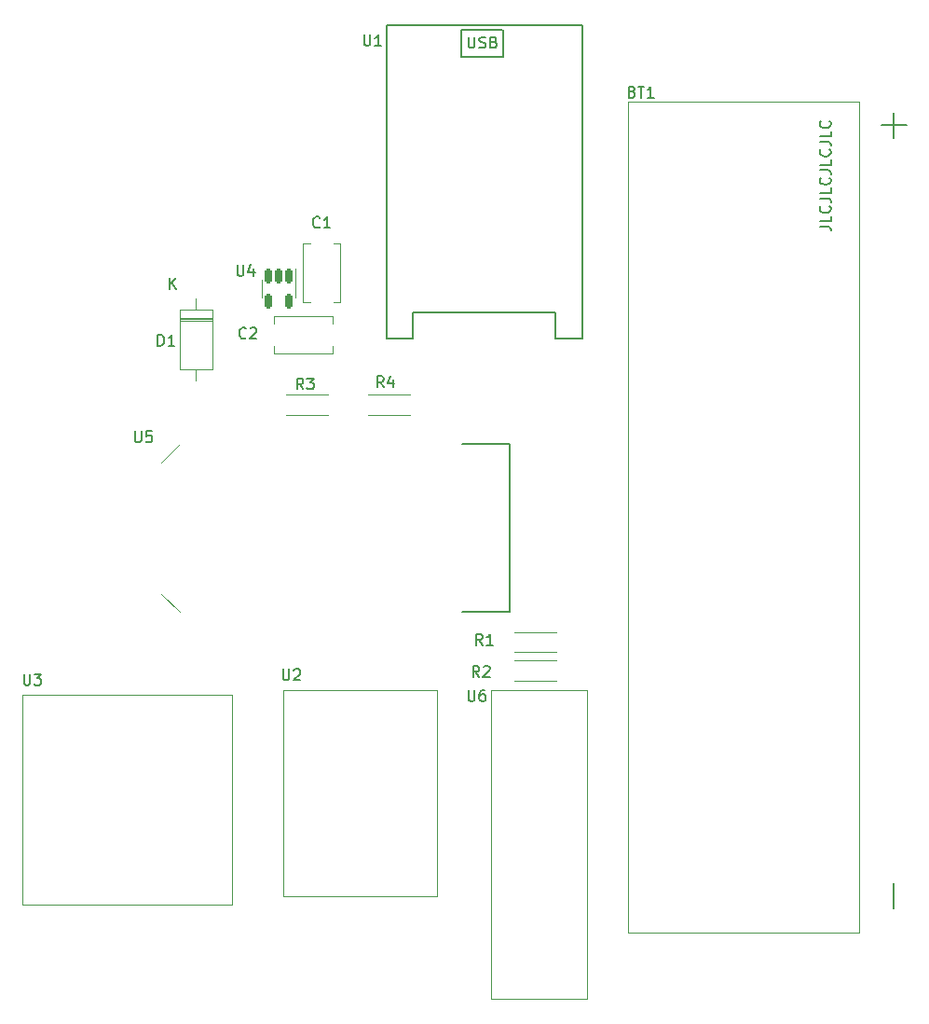
<source format=gto>
G04 #@! TF.GenerationSoftware,KiCad,Pcbnew,(6.0.9)*
G04 #@! TF.CreationDate,2023-02-04T16:03:44+02:00*
G04 #@! TF.ProjectId,Schematics,53636865-6d61-4746-9963-732e6b696361,rev?*
G04 #@! TF.SameCoordinates,Original*
G04 #@! TF.FileFunction,Legend,Top*
G04 #@! TF.FilePolarity,Positive*
%FSLAX46Y46*%
G04 Gerber Fmt 4.6, Leading zero omitted, Abs format (unit mm)*
G04 Created by KiCad (PCBNEW (6.0.9)) date 2023-02-04 16:03:44*
%MOMM*%
%LPD*%
G01*
G04 APERTURE LIST*
G04 Aperture macros list*
%AMRoundRect*
0 Rectangle with rounded corners*
0 $1 Rounding radius*
0 $2 $3 $4 $5 $6 $7 $8 $9 X,Y pos of 4 corners*
0 Add a 4 corners polygon primitive as box body*
4,1,4,$2,$3,$4,$5,$6,$7,$8,$9,$2,$3,0*
0 Add four circle primitives for the rounded corners*
1,1,$1+$1,$2,$3*
1,1,$1+$1,$4,$5*
1,1,$1+$1,$6,$7*
1,1,$1+$1,$8,$9*
0 Add four rect primitives between the rounded corners*
20,1,$1+$1,$2,$3,$4,$5,0*
20,1,$1+$1,$4,$5,$6,$7,0*
20,1,$1+$1,$6,$7,$8,$9,0*
20,1,$1+$1,$8,$9,$2,$3,0*%
G04 Aperture macros list end*
%ADD10C,0.200000*%
%ADD11C,0.150000*%
%ADD12C,0.120000*%
%ADD13C,0.127000*%
%ADD14C,2.500000*%
%ADD15O,3.000000X7.000000*%
%ADD16C,1.600000*%
%ADD17RoundRect,0.150000X-0.150000X0.512500X-0.150000X-0.512500X0.150000X-0.512500X0.150000X0.512500X0*%
%ADD18R,1.900000X1.900000*%
%ADD19C,1.900000*%
%ADD20R,2.000000X2.000000*%
%ADD21O,2.000000X2.000000*%
%ADD22C,3.000000*%
%ADD23O,3.500000X3.500000*%
%ADD24C,1.400000*%
%ADD25O,1.400000X1.400000*%
%ADD26C,2.000000*%
%ADD27R,2.800000X2.800000*%
%ADD28R,2.200000X2.200000*%
%ADD29O,2.200000X2.200000*%
G04 APERTURE END LIST*
D10*
X174452380Y-78619047D02*
X175166666Y-78619047D01*
X175309523Y-78666666D01*
X175404761Y-78761904D01*
X175452380Y-78904761D01*
X175452380Y-79000000D01*
X175452380Y-77666666D02*
X175452380Y-78142857D01*
X174452380Y-78142857D01*
X175357142Y-76761904D02*
X175404761Y-76809523D01*
X175452380Y-76952380D01*
X175452380Y-77047619D01*
X175404761Y-77190476D01*
X175309523Y-77285714D01*
X175214285Y-77333333D01*
X175023809Y-77380952D01*
X174880952Y-77380952D01*
X174690476Y-77333333D01*
X174595238Y-77285714D01*
X174500000Y-77190476D01*
X174452380Y-77047619D01*
X174452380Y-76952380D01*
X174500000Y-76809523D01*
X174547619Y-76761904D01*
X174452380Y-76047619D02*
X175166666Y-76047619D01*
X175309523Y-76095238D01*
X175404761Y-76190476D01*
X175452380Y-76333333D01*
X175452380Y-76428571D01*
X175452380Y-75095238D02*
X175452380Y-75571428D01*
X174452380Y-75571428D01*
X175357142Y-74190476D02*
X175404761Y-74238095D01*
X175452380Y-74380952D01*
X175452380Y-74476190D01*
X175404761Y-74619047D01*
X175309523Y-74714285D01*
X175214285Y-74761904D01*
X175023809Y-74809523D01*
X174880952Y-74809523D01*
X174690476Y-74761904D01*
X174595238Y-74714285D01*
X174500000Y-74619047D01*
X174452380Y-74476190D01*
X174452380Y-74380952D01*
X174500000Y-74238095D01*
X174547619Y-74190476D01*
X174452380Y-73476190D02*
X175166666Y-73476190D01*
X175309523Y-73523809D01*
X175404761Y-73619047D01*
X175452380Y-73761904D01*
X175452380Y-73857142D01*
X175452380Y-72523809D02*
X175452380Y-73000000D01*
X174452380Y-73000000D01*
X175357142Y-71619047D02*
X175404761Y-71666666D01*
X175452380Y-71809523D01*
X175452380Y-71904761D01*
X175404761Y-72047619D01*
X175309523Y-72142857D01*
X175214285Y-72190476D01*
X175023809Y-72238095D01*
X174880952Y-72238095D01*
X174690476Y-72190476D01*
X174595238Y-72142857D01*
X174500000Y-72047619D01*
X174452380Y-71904761D01*
X174452380Y-71809523D01*
X174500000Y-71666666D01*
X174547619Y-71619047D01*
X174452380Y-70904761D02*
X175166666Y-70904761D01*
X175309523Y-70952380D01*
X175404761Y-71047619D01*
X175452380Y-71190476D01*
X175452380Y-71285714D01*
X175452380Y-69952380D02*
X175452380Y-70428571D01*
X174452380Y-70428571D01*
X175357142Y-69047619D02*
X175404761Y-69095238D01*
X175452380Y-69238095D01*
X175452380Y-69333333D01*
X175404761Y-69476190D01*
X175309523Y-69571428D01*
X175214285Y-69619047D01*
X175023809Y-69666666D01*
X174880952Y-69666666D01*
X174690476Y-69619047D01*
X174595238Y-69571428D01*
X174500000Y-69476190D01*
X174452380Y-69333333D01*
X174452380Y-69238095D01*
X174500000Y-69095238D01*
X174547619Y-69047619D01*
D11*
X122321333Y-88703142D02*
X122273714Y-88750761D01*
X122130857Y-88798380D01*
X122035619Y-88798380D01*
X121892761Y-88750761D01*
X121797523Y-88655523D01*
X121749904Y-88560285D01*
X121702285Y-88369809D01*
X121702285Y-88226952D01*
X121749904Y-88036476D01*
X121797523Y-87941238D01*
X121892761Y-87846000D01*
X122035619Y-87798380D01*
X122130857Y-87798380D01*
X122273714Y-87846000D01*
X122321333Y-87893619D01*
X122702285Y-87893619D02*
X122749904Y-87846000D01*
X122845142Y-87798380D01*
X123083238Y-87798380D01*
X123178476Y-87846000D01*
X123226095Y-87893619D01*
X123273714Y-87988857D01*
X123273714Y-88084095D01*
X123226095Y-88226952D01*
X122654666Y-88798380D01*
X123273714Y-88798380D01*
X121526095Y-82098380D02*
X121526095Y-82907904D01*
X121573714Y-83003142D01*
X121621333Y-83050761D01*
X121716571Y-83098380D01*
X121907047Y-83098380D01*
X122002285Y-83050761D01*
X122049904Y-83003142D01*
X122097523Y-82907904D01*
X122097523Y-82098380D01*
X123002285Y-82431714D02*
X123002285Y-83098380D01*
X122764190Y-82050761D02*
X122526095Y-82765047D01*
X123145142Y-82765047D01*
X142526095Y-120698380D02*
X142526095Y-121507904D01*
X142573714Y-121603142D01*
X142621333Y-121650761D01*
X142716571Y-121698380D01*
X142907047Y-121698380D01*
X143002285Y-121650761D01*
X143049904Y-121603142D01*
X143097523Y-121507904D01*
X143097523Y-120698380D01*
X144002285Y-120698380D02*
X143811809Y-120698380D01*
X143716571Y-120746000D01*
X143668952Y-120793619D01*
X143573714Y-120936476D01*
X143526095Y-121126952D01*
X143526095Y-121507904D01*
X143573714Y-121603142D01*
X143621333Y-121650761D01*
X143716571Y-121698380D01*
X143907047Y-121698380D01*
X144002285Y-121650761D01*
X144049904Y-121603142D01*
X144097523Y-121507904D01*
X144097523Y-121269809D01*
X144049904Y-121174571D01*
X144002285Y-121126952D01*
X143907047Y-121079333D01*
X143716571Y-121079333D01*
X143621333Y-121126952D01*
X143573714Y-121174571D01*
X143526095Y-121269809D01*
X125676095Y-118798380D02*
X125676095Y-119607904D01*
X125723714Y-119703142D01*
X125771333Y-119750761D01*
X125866571Y-119798380D01*
X126057047Y-119798380D01*
X126152285Y-119750761D01*
X126199904Y-119703142D01*
X126247523Y-119607904D01*
X126247523Y-118798380D01*
X126676095Y-118893619D02*
X126723714Y-118846000D01*
X126818952Y-118798380D01*
X127057047Y-118798380D01*
X127152285Y-118846000D01*
X127199904Y-118893619D01*
X127247523Y-118988857D01*
X127247523Y-119084095D01*
X127199904Y-119226952D01*
X126628476Y-119798380D01*
X127247523Y-119798380D01*
X157414285Y-66378571D02*
X157557142Y-66426190D01*
X157604761Y-66473809D01*
X157652380Y-66569047D01*
X157652380Y-66711904D01*
X157604761Y-66807142D01*
X157557142Y-66854761D01*
X157461904Y-66902380D01*
X157080952Y-66902380D01*
X157080952Y-65902380D01*
X157414285Y-65902380D01*
X157509523Y-65950000D01*
X157557142Y-65997619D01*
X157604761Y-66092857D01*
X157604761Y-66188095D01*
X157557142Y-66283333D01*
X157509523Y-66330952D01*
X157414285Y-66378571D01*
X157080952Y-66378571D01*
X157938095Y-65902380D02*
X158509523Y-65902380D01*
X158223809Y-66902380D02*
X158223809Y-65902380D01*
X159366666Y-66902380D02*
X158795238Y-66902380D01*
X159080952Y-66902380D02*
X159080952Y-65902380D01*
X158985714Y-66045238D01*
X158890476Y-66140476D01*
X158795238Y-66188095D01*
X181185714Y-68257142D02*
X181185714Y-70542857D01*
X180042857Y-69400000D02*
X182328571Y-69400000D01*
X181135714Y-138257142D02*
X181135714Y-140542857D01*
X143521333Y-119498380D02*
X143188000Y-119022190D01*
X142949904Y-119498380D02*
X142949904Y-118498380D01*
X143330857Y-118498380D01*
X143426095Y-118546000D01*
X143473714Y-118593619D01*
X143521333Y-118688857D01*
X143521333Y-118831714D01*
X143473714Y-118926952D01*
X143426095Y-118974571D01*
X143330857Y-119022190D01*
X142949904Y-119022190D01*
X143902285Y-118593619D02*
X143949904Y-118546000D01*
X144045142Y-118498380D01*
X144283238Y-118498380D01*
X144378476Y-118546000D01*
X144426095Y-118593619D01*
X144473714Y-118688857D01*
X144473714Y-118784095D01*
X144426095Y-118926952D01*
X143854666Y-119498380D01*
X144473714Y-119498380D01*
X134821333Y-93198380D02*
X134488000Y-92722190D01*
X134249904Y-93198380D02*
X134249904Y-92198380D01*
X134630857Y-92198380D01*
X134726095Y-92246000D01*
X134773714Y-92293619D01*
X134821333Y-92388857D01*
X134821333Y-92531714D01*
X134773714Y-92626952D01*
X134726095Y-92674571D01*
X134630857Y-92722190D01*
X134249904Y-92722190D01*
X135678476Y-92531714D02*
X135678476Y-93198380D01*
X135440380Y-92150761D02*
X135202285Y-92865047D01*
X135821333Y-92865047D01*
X127521333Y-93398380D02*
X127188000Y-92922190D01*
X126949904Y-93398380D02*
X126949904Y-92398380D01*
X127330857Y-92398380D01*
X127426095Y-92446000D01*
X127473714Y-92493619D01*
X127521333Y-92588857D01*
X127521333Y-92731714D01*
X127473714Y-92826952D01*
X127426095Y-92874571D01*
X127330857Y-92922190D01*
X126949904Y-92922190D01*
X127854666Y-92398380D02*
X128473714Y-92398380D01*
X128140380Y-92779333D01*
X128283238Y-92779333D01*
X128378476Y-92826952D01*
X128426095Y-92874571D01*
X128473714Y-92969809D01*
X128473714Y-93207904D01*
X128426095Y-93303142D01*
X128378476Y-93350761D01*
X128283238Y-93398380D01*
X127997523Y-93398380D01*
X127902285Y-93350761D01*
X127854666Y-93303142D01*
X112226095Y-97198380D02*
X112226095Y-98007904D01*
X112273714Y-98103142D01*
X112321333Y-98150761D01*
X112416571Y-98198380D01*
X112607047Y-98198380D01*
X112702285Y-98150761D01*
X112749904Y-98103142D01*
X112797523Y-98007904D01*
X112797523Y-97198380D01*
X113749904Y-97198380D02*
X113273714Y-97198380D01*
X113226095Y-97674571D01*
X113273714Y-97626952D01*
X113368952Y-97579333D01*
X113607047Y-97579333D01*
X113702285Y-97626952D01*
X113749904Y-97674571D01*
X113797523Y-97769809D01*
X113797523Y-98007904D01*
X113749904Y-98103142D01*
X113702285Y-98150761D01*
X113607047Y-98198380D01*
X113368952Y-98198380D01*
X113273714Y-98150761D01*
X113226095Y-98103142D01*
X102126095Y-119248380D02*
X102126095Y-120057904D01*
X102173714Y-120153142D01*
X102221333Y-120200761D01*
X102316571Y-120248380D01*
X102507047Y-120248380D01*
X102602285Y-120200761D01*
X102649904Y-120153142D01*
X102697523Y-120057904D01*
X102697523Y-119248380D01*
X103078476Y-119248380D02*
X103697523Y-119248380D01*
X103364190Y-119629333D01*
X103507047Y-119629333D01*
X103602285Y-119676952D01*
X103649904Y-119724571D01*
X103697523Y-119819809D01*
X103697523Y-120057904D01*
X103649904Y-120153142D01*
X103602285Y-120200761D01*
X103507047Y-120248380D01*
X103221333Y-120248380D01*
X103126095Y-120200761D01*
X103078476Y-120153142D01*
X133036095Y-61198380D02*
X133036095Y-62007904D01*
X133083714Y-62103142D01*
X133131333Y-62150761D01*
X133226571Y-62198380D01*
X133417047Y-62198380D01*
X133512285Y-62150761D01*
X133559904Y-62103142D01*
X133607523Y-62007904D01*
X133607523Y-61198380D01*
X134607523Y-62198380D02*
X134036095Y-62198380D01*
X134321809Y-62198380D02*
X134321809Y-61198380D01*
X134226571Y-61341238D01*
X134131333Y-61436476D01*
X134036095Y-61484095D01*
X142526095Y-61398380D02*
X142526095Y-62207904D01*
X142573714Y-62303142D01*
X142621333Y-62350761D01*
X142716571Y-62398380D01*
X142907047Y-62398380D01*
X143002285Y-62350761D01*
X143049904Y-62303142D01*
X143097523Y-62207904D01*
X143097523Y-61398380D01*
X143526095Y-62350761D02*
X143668952Y-62398380D01*
X143907047Y-62398380D01*
X144002285Y-62350761D01*
X144049904Y-62303142D01*
X144097523Y-62207904D01*
X144097523Y-62112666D01*
X144049904Y-62017428D01*
X144002285Y-61969809D01*
X143907047Y-61922190D01*
X143716571Y-61874571D01*
X143621333Y-61826952D01*
X143573714Y-61779333D01*
X143526095Y-61684095D01*
X143526095Y-61588857D01*
X143573714Y-61493619D01*
X143621333Y-61446000D01*
X143716571Y-61398380D01*
X143954666Y-61398380D01*
X144097523Y-61446000D01*
X144859428Y-61874571D02*
X145002285Y-61922190D01*
X145049904Y-61969809D01*
X145097523Y-62065047D01*
X145097523Y-62207904D01*
X145049904Y-62303142D01*
X145002285Y-62350761D01*
X144907047Y-62398380D01*
X144526095Y-62398380D01*
X144526095Y-61398380D01*
X144859428Y-61398380D01*
X144954666Y-61446000D01*
X145002285Y-61493619D01*
X145049904Y-61588857D01*
X145049904Y-61684095D01*
X145002285Y-61779333D01*
X144954666Y-61826952D01*
X144859428Y-61874571D01*
X144526095Y-61874571D01*
X129021333Y-78631142D02*
X128973714Y-78678761D01*
X128830857Y-78726380D01*
X128735619Y-78726380D01*
X128592761Y-78678761D01*
X128497523Y-78583523D01*
X128449904Y-78488285D01*
X128402285Y-78297809D01*
X128402285Y-78154952D01*
X128449904Y-77964476D01*
X128497523Y-77869238D01*
X128592761Y-77774000D01*
X128735619Y-77726380D01*
X128830857Y-77726380D01*
X128973714Y-77774000D01*
X129021333Y-77821619D01*
X129973714Y-78726380D02*
X129402285Y-78726380D01*
X129688000Y-78726380D02*
X129688000Y-77726380D01*
X129592761Y-77869238D01*
X129497523Y-77964476D01*
X129402285Y-78012095D01*
X143821333Y-116598380D02*
X143488000Y-116122190D01*
X143249904Y-116598380D02*
X143249904Y-115598380D01*
X143630857Y-115598380D01*
X143726095Y-115646000D01*
X143773714Y-115693619D01*
X143821333Y-115788857D01*
X143821333Y-115931714D01*
X143773714Y-116026952D01*
X143726095Y-116074571D01*
X143630857Y-116122190D01*
X143249904Y-116122190D01*
X144773714Y-116598380D02*
X144202285Y-116598380D01*
X144488000Y-116598380D02*
X144488000Y-115598380D01*
X144392761Y-115741238D01*
X144297523Y-115836476D01*
X144202285Y-115884095D01*
X114309904Y-89438380D02*
X114309904Y-88438380D01*
X114548000Y-88438380D01*
X114690857Y-88486000D01*
X114786095Y-88581238D01*
X114833714Y-88676476D01*
X114881333Y-88866952D01*
X114881333Y-89009809D01*
X114833714Y-89200285D01*
X114786095Y-89295523D01*
X114690857Y-89390761D01*
X114548000Y-89438380D01*
X114309904Y-89438380D01*
X115833714Y-89438380D02*
X115262285Y-89438380D01*
X115548000Y-89438380D02*
X115548000Y-88438380D01*
X115452761Y-88581238D01*
X115357523Y-88676476D01*
X115262285Y-88724095D01*
X115366095Y-84298380D02*
X115366095Y-83298380D01*
X115937523Y-84298380D02*
X115508952Y-83726952D01*
X115937523Y-83298380D02*
X115366095Y-83869809D01*
D12*
X124818000Y-86725000D02*
X130158000Y-86725000D01*
X124818000Y-89501000D02*
X124818000Y-90167000D01*
X124818000Y-86725000D02*
X124818000Y-87391000D01*
X130158000Y-89501000D02*
X130158000Y-90167000D01*
X124818000Y-90167000D02*
X130158000Y-90167000D01*
X130158000Y-86725000D02*
X130158000Y-87391000D01*
X126848000Y-84246000D02*
X126848000Y-82446000D01*
X123728000Y-84246000D02*
X123728000Y-83446000D01*
X126848000Y-84246000D02*
X126848000Y-85046000D01*
X123728000Y-84246000D02*
X123728000Y-85046000D01*
X144593000Y-148741000D02*
X153293000Y-148741000D01*
X144593000Y-120741000D02*
X144593000Y-148741000D01*
X153293000Y-120741000D02*
X153293000Y-148741000D01*
X153293000Y-120741000D02*
X144593000Y-120741000D01*
X125743000Y-139385500D02*
X125743000Y-120716500D01*
X139643000Y-139385500D02*
X139643000Y-120716500D01*
X139643000Y-139385500D02*
X125743000Y-139385500D01*
X139643000Y-120716500D02*
X125743000Y-120716500D01*
X157000000Y-67250000D02*
X178000000Y-67250000D01*
X178000000Y-67250000D02*
X178000000Y-142750000D01*
X157000000Y-142750000D02*
X178000000Y-142750000D01*
X157000000Y-67250000D02*
X157000000Y-142750000D01*
X150508000Y-119866000D02*
X146668000Y-119866000D01*
X150508000Y-118026000D02*
X146668000Y-118026000D01*
X137208000Y-93876000D02*
X133368000Y-93876000D01*
X137208000Y-95716000D02*
X133368000Y-95716000D01*
X125968000Y-95716000D02*
X129808000Y-95716000D01*
X125968000Y-93876000D02*
X129808000Y-93876000D01*
D13*
X146308000Y-98380000D02*
X141938000Y-98380000D01*
D12*
X116303000Y-113620000D02*
X114652000Y-111969000D01*
D13*
X146308000Y-113620000D02*
X146308000Y-98380000D01*
D12*
X116303000Y-98380000D02*
X114652000Y-100031000D01*
D13*
X141938000Y-113620000D02*
X146308000Y-113620000D01*
D12*
X121038000Y-121146000D02*
X102038000Y-121146000D01*
X121038000Y-140146000D02*
X102038000Y-140146000D01*
X121038000Y-140146000D02*
X121038000Y-121146000D01*
X102038000Y-140146000D02*
X102038000Y-121146000D01*
D11*
X137488000Y-88746000D02*
X137188000Y-88746000D01*
X150388000Y-86446000D02*
X137488000Y-86446000D01*
X141888000Y-63246000D02*
X141888000Y-60746000D01*
X145688000Y-60746000D02*
X145688000Y-63246000D01*
X135088000Y-88746000D02*
X135088000Y-60346000D01*
X152888000Y-86646000D02*
X152888000Y-88746000D01*
X152888000Y-60346000D02*
X152888000Y-86646000D01*
X152888000Y-88746000D02*
X150388000Y-88746000D01*
X150388000Y-88746000D02*
X150388000Y-86446000D01*
X137188000Y-88746000D02*
X135088000Y-88746000D01*
X145688000Y-63246000D02*
X141888000Y-63246000D01*
X137488000Y-86446000D02*
X137488000Y-86746000D01*
X135088000Y-60346000D02*
X152888000Y-60346000D01*
X137488000Y-86646000D02*
X137488000Y-88746000D01*
X141888000Y-60746000D02*
X145588000Y-60746000D01*
D12*
X130909000Y-85516000D02*
X130909000Y-80176000D01*
X127467000Y-80176000D02*
X128133000Y-80176000D01*
X127467000Y-85516000D02*
X127467000Y-80176000D01*
X127467000Y-85516000D02*
X128133000Y-85516000D01*
X130243000Y-80176000D02*
X130909000Y-80176000D01*
X130243000Y-85516000D02*
X130909000Y-85516000D01*
X146668000Y-117266000D02*
X150508000Y-117266000D01*
X146668000Y-115426000D02*
X150508000Y-115426000D01*
X117788000Y-85106000D02*
X117788000Y-86126000D01*
X116318000Y-91566000D02*
X119258000Y-91566000D01*
X119258000Y-86906000D02*
X116318000Y-86906000D01*
X119258000Y-86126000D02*
X116318000Y-86126000D01*
X119258000Y-87146000D02*
X116318000Y-87146000D01*
X119258000Y-87026000D02*
X116318000Y-87026000D01*
X116318000Y-86126000D02*
X116318000Y-91566000D01*
X117788000Y-92586000D02*
X117788000Y-91566000D01*
X119258000Y-91566000D02*
X119258000Y-86126000D01*
%LPC*%
D14*
X104000000Y-146000000D03*
X104000000Y-64000000D03*
D15*
X152500000Y-106000000D03*
D16*
X124988000Y-88446000D03*
X129988000Y-88446000D03*
D17*
X126238000Y-83108500D03*
X125288000Y-83108500D03*
X124338000Y-83108500D03*
X124338000Y-85383500D03*
X126238000Y-85383500D03*
D18*
X146043000Y-122138000D03*
D19*
X146043000Y-124678000D03*
X146043000Y-127218000D03*
X146043000Y-129758000D03*
X146043000Y-132298000D03*
X146043000Y-134838000D03*
X146043000Y-137378000D03*
X146043000Y-139918000D03*
X146043000Y-142458000D03*
X146043000Y-144998000D03*
X146043000Y-147538000D03*
D20*
X137750000Y-122435500D03*
D21*
X135210000Y-122435500D03*
X132670000Y-122435500D03*
X130130000Y-122435500D03*
X127590000Y-122435500D03*
D22*
X167500000Y-78000000D03*
X167500000Y-132000000D03*
D23*
X167500000Y-69300000D03*
X167500000Y-140700000D03*
D14*
X181000000Y-146000000D03*
D24*
X151128000Y-118946000D03*
D25*
X146048000Y-118946000D03*
D14*
X181000000Y-64000000D03*
D24*
X137828000Y-94796000D03*
D25*
X132748000Y-94796000D03*
D24*
X125348000Y-94796000D03*
D25*
X130428000Y-94796000D03*
D26*
X130433000Y-98380000D03*
X135513000Y-113620000D03*
X138053000Y-113620000D03*
X117733000Y-113620000D03*
X120273000Y-113620000D03*
X122813000Y-113620000D03*
X125353000Y-113620000D03*
X127893000Y-113620000D03*
X130433000Y-113620000D03*
X127893000Y-98380000D03*
X125353000Y-98380000D03*
X132973000Y-113620000D03*
X138053000Y-98380000D03*
X135513000Y-98380000D03*
X132973000Y-98380000D03*
X140593000Y-113620000D03*
X140593000Y-98380000D03*
X122813000Y-98380000D03*
X120273000Y-98380000D03*
X112653000Y-100440000D03*
X112653000Y-111560000D03*
X117733000Y-98380000D03*
D20*
X116618000Y-122396000D03*
D21*
X114078000Y-122396000D03*
X111538000Y-122396000D03*
X108998000Y-122396000D03*
X106458000Y-122396000D03*
D27*
X151188000Y-62046000D03*
X136988000Y-62046000D03*
X151188000Y-84946000D03*
X147688000Y-84946000D03*
X140088000Y-84946000D03*
X136688000Y-84946000D03*
D16*
X129188000Y-85346000D03*
X129188000Y-80346000D03*
D24*
X146048000Y-116346000D03*
D25*
X151128000Y-116346000D03*
D28*
X117788000Y-83766000D03*
D29*
X117788000Y-93926000D03*
M02*

</source>
